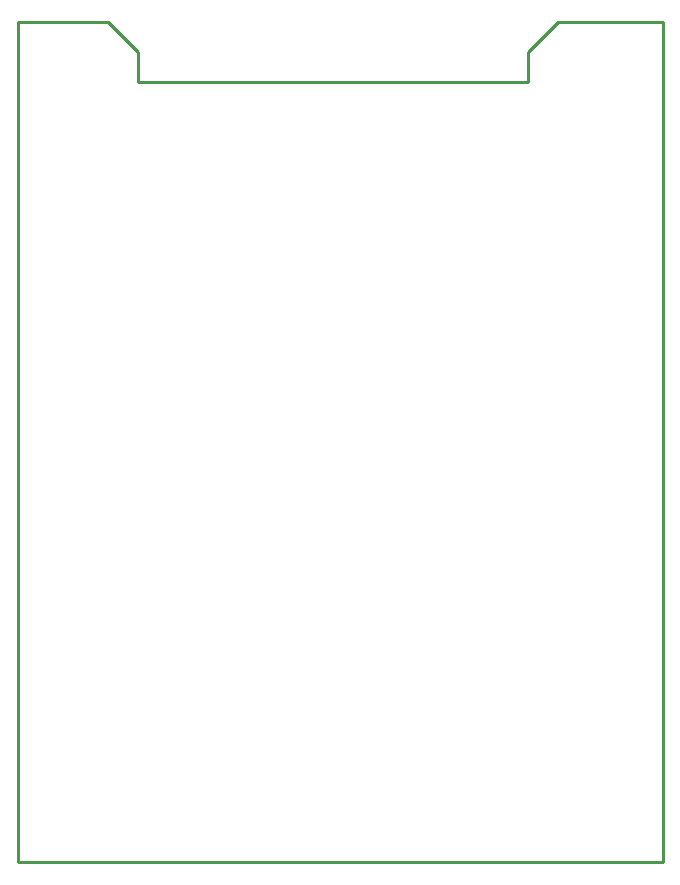
<source format=gbr>
G04 start of page 4 for group 6 idx 6 *
G04 Title: (unknown), outline *
G04 Creator: pcb 20140316 *
G04 CreationDate: Tue 10 Mar 2015 16:42:44 GMT UTC *
G04 For: db9052 *
G04 Format: Gerber/RS-274X *
G04 PCB-Dimensions (mil): 2150.00 2800.00 *
G04 PCB-Coordinate-Origin: lower left *
%MOIN*%
%FSLAX25Y25*%
%LNOUTLINE*%
%ADD35C,0.0100*%
G54D35*X40000Y260000D02*X170000D01*
Y270000D01*
X215000Y280000D02*X180000D01*
X170000Y270000D01*
X40000D02*Y260000D01*
Y270000D02*X30000Y280000D01*
X0D01*
Y0D01*
X215000D01*
Y280000D01*
M02*

</source>
